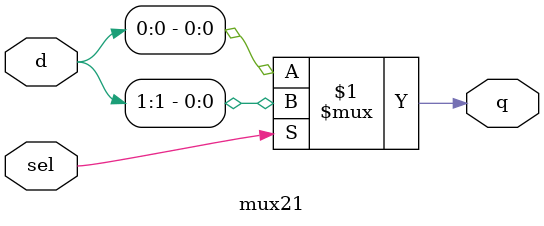
<source format=v>
module mux21 (sel, d, q);
	input [1:0] d;
	input sel;
	output q;

	assign q = sel ? d[1]:d[0];

endmodule 

</source>
